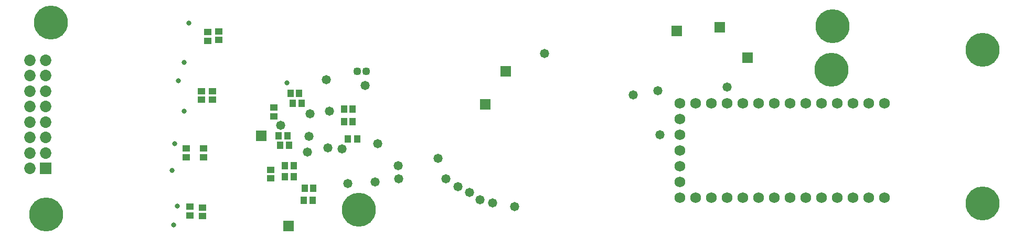
<source format=gbs>
G04*
G04 #@! TF.GenerationSoftware,Altium Limited,Altium Designer,22.0.2 (36)*
G04*
G04 Layer_Color=16711935*
%FSLAX25Y25*%
%MOIN*%
G70*
G04*
G04 #@! TF.SameCoordinates,DBB72687-BCFA-4FA8-90DC-81D55A498374*
G04*
G04*
G04 #@! TF.FilePolarity,Negative*
G04*
G01*
G75*
%ADD36R,0.03871X0.04698*%
%ADD43R,0.04698X0.03871*%
%ADD50C,0.06824*%
%ADD51R,0.06706X0.06706*%
%ADD52R,0.07293X0.07293*%
%ADD53C,0.07293*%
%ADD54C,0.03162*%
%ADD55C,0.05800*%
%ADD56C,0.21548*%
G04:AMPARAMS|DCode=81|XSize=44.61mil|YSize=44.61mil|CornerRadius=13.15mil|HoleSize=0mil|Usage=FLASHONLY|Rotation=0.000|XOffset=0mil|YOffset=0mil|HoleType=Round|Shape=RoundedRectangle|*
%AMROUNDEDRECTD81*
21,1,0.04461,0.01831,0,0,0.0*
21,1,0.01831,0.04461,0,0,0.0*
1,1,0.02631,0.00915,-0.00915*
1,1,0.02631,-0.00915,-0.00915*
1,1,0.02631,-0.00915,0.00915*
1,1,0.02631,0.00915,0.00915*
%
%ADD81ROUNDEDRECTD81*%
%ADD82R,0.03989X0.04658*%
D36*
X197744Y35500D02*
D03*
X203256D02*
D03*
X202756Y28000D02*
D03*
X197244D02*
D03*
X222744Y86000D02*
D03*
X228256D02*
D03*
X194256Y96000D02*
D03*
X188744D02*
D03*
X228256Y78000D02*
D03*
X222744D02*
D03*
X190244Y89500D02*
D03*
X195756D02*
D03*
X187756Y63000D02*
D03*
X182244D02*
D03*
X181244Y69000D02*
D03*
X186756D02*
D03*
X190756Y43000D02*
D03*
X185244D02*
D03*
Y50000D02*
D03*
X190756D02*
D03*
D43*
X176000Y41744D02*
D03*
Y47256D02*
D03*
X178000Y86756D02*
D03*
Y81244D02*
D03*
X133500Y60756D02*
D03*
Y55244D02*
D03*
X122500Y60756D02*
D03*
Y55244D02*
D03*
X132000Y97256D02*
D03*
Y91744D02*
D03*
X139000Y97256D02*
D03*
Y91744D02*
D03*
X143000Y135256D02*
D03*
Y129744D02*
D03*
X136000Y134756D02*
D03*
Y129244D02*
D03*
X132893Y23310D02*
D03*
Y17798D02*
D03*
X124893Y23810D02*
D03*
Y18298D02*
D03*
D50*
X436000Y59500D02*
D03*
Y39500D02*
D03*
Y49500D02*
D03*
Y69500D02*
D03*
Y79500D02*
D03*
X566000Y29500D02*
D03*
X556000D02*
D03*
X546000D02*
D03*
X536000D02*
D03*
X526000D02*
D03*
X516000D02*
D03*
X506000D02*
D03*
X496000D02*
D03*
X486000D02*
D03*
X476000D02*
D03*
X466000D02*
D03*
X456000D02*
D03*
X446000D02*
D03*
X436000D02*
D03*
X566000Y89500D02*
D03*
X556000D02*
D03*
X546000D02*
D03*
X536000D02*
D03*
X526000D02*
D03*
X516000D02*
D03*
X506000D02*
D03*
X496000D02*
D03*
X486000D02*
D03*
X476000D02*
D03*
X466000D02*
D03*
X456000D02*
D03*
X446000D02*
D03*
X436000D02*
D03*
D51*
X461500Y138000D02*
D03*
X325500Y110000D02*
D03*
X434000Y135500D02*
D03*
X479000Y118500D02*
D03*
X312500Y89000D02*
D03*
X170000Y69000D02*
D03*
X187500Y11500D02*
D03*
D52*
X33110Y48103D02*
D03*
D53*
Y57945D02*
D03*
Y67787D02*
D03*
Y77630D02*
D03*
Y87473D02*
D03*
Y97315D02*
D03*
Y107158D02*
D03*
Y117000D02*
D03*
X23268Y48103D02*
D03*
Y57945D02*
D03*
Y67787D02*
D03*
Y77630D02*
D03*
Y87473D02*
D03*
Y97315D02*
D03*
Y107158D02*
D03*
Y117000D02*
D03*
D54*
X115000Y64000D02*
D03*
X116893Y24054D02*
D03*
X114393Y12054D02*
D03*
X113500Y47000D02*
D03*
X121000Y115500D02*
D03*
X117500Y104000D02*
D03*
X121000Y84500D02*
D03*
X124000Y140500D02*
D03*
X186500Y102500D02*
D03*
D55*
X213500Y84500D02*
D03*
X225000Y38500D02*
D03*
X317265Y26265D02*
D03*
X242500Y39500D02*
D03*
X257000Y50000D02*
D03*
X257500Y41500D02*
D03*
X331000Y24000D02*
D03*
X295000Y36500D02*
D03*
X309000Y28144D02*
D03*
X302500Y33000D02*
D03*
X350178Y121322D02*
D03*
X406500Y95000D02*
D03*
X221500Y60500D02*
D03*
X211500Y104425D02*
D03*
X423500Y69500D02*
D03*
X182500Y75500D02*
D03*
X422000Y97500D02*
D03*
X466000Y100000D02*
D03*
X212322Y61178D02*
D03*
X201000Y83000D02*
D03*
X200500Y68500D02*
D03*
X236000Y101000D02*
D03*
X199500Y58500D02*
D03*
X244000Y64000D02*
D03*
X287500Y41454D02*
D03*
X282500Y54500D02*
D03*
D56*
X628500Y26000D02*
D03*
X33500Y19000D02*
D03*
X36500Y141000D02*
D03*
X628500Y123500D02*
D03*
X532500Y111000D02*
D03*
X533000Y138500D02*
D03*
X232000Y22000D02*
D03*
D81*
X231047Y110000D02*
D03*
X236953D02*
D03*
D82*
X224965Y67000D02*
D03*
X231035D02*
D03*
M02*

</source>
